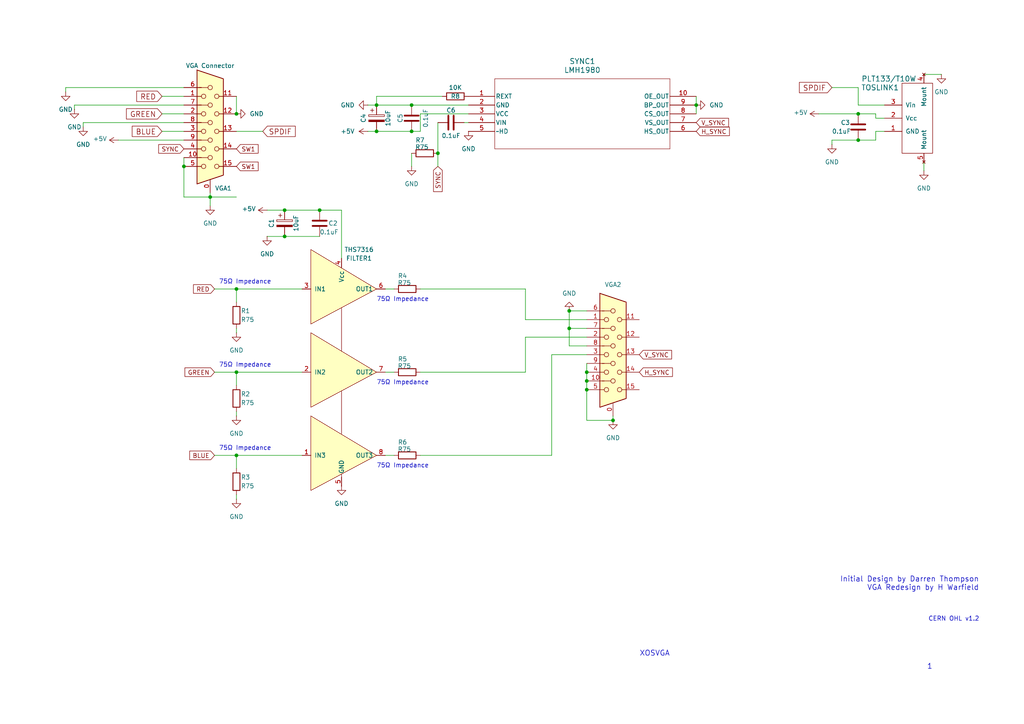
<source format=kicad_sch>
(kicad_sch (version 20231120) (generator "eeschema") (generator_version "8.0")
  (paper "A4")
  (lib_symbols
    (symbol "Device:C" (pin_numbers hide) (pin_names (offset 0.254))
      (property "Reference" "C" (at 0.635 2.54 0))
      (property "Value" "C" (at 0.635 -2.54 0))
      (symbol "C_0_1"
        (polyline (pts (xy -2.032 -0.762) (xy 2.032 -0.762)) (stroke (width 0.508)))
        (polyline (pts (xy -2.032 0.762) (xy 2.032 0.762)) (stroke (width 0.508)))
      )
      (symbol "C_1_1"
        (pin passive line (at 0 3.81 270) (length 2.794) (name "~") (number "1"))
        (pin passive line (at 0 -3.81 90) (length 2.794) (name "~") (number "2"))
      )
    )
    (symbol "Device:C_Polarized" (pin_numbers hide) (pin_names (offset 0.254))
      (property "Reference" "C" (at 0.635 2.54 0))
      (property "Value" "C_Polarized" (at 0.635 -2.54 0))
      (symbol "C_Polarized_0_1"
        (rectangle (start -2.286 0.508) (end 2.286 1.016))
        (polyline (pts (xy -1.778 2.286) (xy -0.762 2.286)))
        (polyline (pts (xy -1.27 2.794) (xy -1.27 1.778)))
        (rectangle (start 2.286 -0.508) (end -2.286 -1.016) (fill (type outline)))
      )
      (symbol "C_Polarized_1_1"
        (pin passive line (at 0 3.81 270) (length 2.794) (name "~") (number "1"))
        (pin passive line (at 0 -3.81 90) (length 2.794) (name "~") (number "2"))
      )
    )
    (symbol "Device:R" (pin_numbers hide) (pin_names (offset 0))
      (property "Reference" "R" (at 2.032 0 90))
      (property "Value" "R" (at 0 0 90))
      (symbol "R_0_1"
        (rectangle (start -1.016 -2.54) (end 1.016 2.54) (stroke (width 0.254)))
      )
      (symbol "R_1_1"
        (pin passive line (at 0 3.81 270) (length 1.27) (name "~") (number "1"))
        (pin passive line (at 0 -3.81 90) (length 1.27) (name "~") (number "2"))
      )
    )
    (symbol "power:+5V" (power) (pin_numbers hide) (pin_names (offset 0) hide)
      (property "Value" "+5V" (at 0 3.556 0))
      (symbol "+5V_0_1"
        (polyline (pts (xy -0.762 1.27) (xy 0 2.54)))
        (polyline (pts (xy 0 0) (xy 0 2.54)))
        (polyline (pts (xy 0 2.54) (xy 0.762 1.27)))
      )
      (symbol "+5V_1_1"
        (pin power_in line (at 0 0 90) (length 0) (name "~") (number "1"))
      )
    )
    (symbol "power:GND" (power) (pin_numbers hide) (pin_names (offset 0) hide)
      (property "Value" "GND" (at 0 -3.81 0))
      (symbol "GND_0_1"
        (polyline (pts (xy 0 0) (xy 0 -1.27) (xy 1.27 -1.27) (xy 0 -2.54) (xy -1.27 -1.27) (xy 0 -1.27)))
      )
      (symbol "GND_1_1"
        (pin power_in line (at 0 0 270) (length 0) (name "~") (number "1"))
      )
    )
    (symbol "xosvp:DB15_Female_HighDensity_MountingHoles" (pin_names (offset 1.016) hide)
      (property "Reference" "J" (at 0 21.59 0))
      (property "Value" "DB15_Female_HighDensity_MountingHoles" (at 0 19.05 0))
      (symbol "DB15_Female_HighDensity_MountingHoles_0_1"
        (circle (center -1.905 -10.16) (radius 0.635))
        (circle (center -1.905 -5.08) (radius 0.635))
        (circle (center -1.905 0) (radius 0.635))
        (circle (center -1.905 5.08) (radius 0.635))
        (circle (center -1.905 10.16) (radius 0.635))
        (circle (center 0 -7.62) (radius 0.635))
        (circle (center 0 -2.54) (radius 0.635))
        (polyline (pts (xy -3.175 7.62) (xy -0.635 7.62)))
        (polyline (pts (xy -0.635 -7.62) (xy -3.175 -7.62)))
        (polyline (pts (xy -0.635 -2.54) (xy -3.175 -2.54)))
        (polyline (pts (xy -0.635 2.54) (xy -3.175 2.54)))
        (polyline (pts (xy -0.635 12.7) (xy -3.175 12.7)))
        (polyline (pts (xy -3.81 17.78) (xy -3.81 -15.24) (xy 3.81 -12.7) (xy 3.81 15.24) (xy -3.81 17.78)) (stroke (width 0.254)) (fill (type background)))
        (circle (center 0 2.54) (radius 0.635))
        (circle (center 0 7.62) (radius 0.635))
        (circle (center 0 12.7) (radius 0.635))
        (circle (center 1.905 -10.16) (radius 0.635))
        (circle (center 1.905 -5.08) (radius 0.635))
        (circle (center 1.905 0) (radius 0.635))
        (circle (center 1.905 5.08) (radius 0.635))
        (circle (center 1.905 10.16) (radius 0.635))
      )
      (symbol "DB15_Female_HighDensity_MountingHoles_1_1"
        (pin passive line (at 0 -17.78 90) (length 3.81) (name "~") (number "0"))
        (pin passive line (at -7.62 10.16 0) (length 5.08) (name "~") (number "1"))
        (pin passive line (at -7.62 -7.62 0) (length 5.08) (name "~") (number "10"))
        (pin passive line (at 7.62 10.16 180) (length 5.08) (name "~") (number "11"))
        (pin passive line (at 7.62 5.08 180) (length 5.08) (name "~") (number "12"))
        (pin passive line (at 7.62 0 180) (length 5.08) (name "~") (number "13"))
        (pin passive line (at 7.62 -5.08 180) (length 5.08) (name "~") (number "14"))
        (pin passive line (at 7.62 -10.16 180) (length 5.08) (name "~") (number "15"))
        (pin passive line (at -7.62 5.08 0) (length 5.08) (name "~") (number "2"))
        (pin passive line (at -7.62 0 0) (length 5.08) (name "~") (number "3"))
        (pin passive line (at -7.62 -5.08 0) (length 5.08) (name "~") (number "4"))
        (pin passive line (at -7.62 -10.16 0) (length 5.08) (name "~") (number "5"))
        (pin passive line (at -7.62 12.7 0) (length 5.08) (name "~") (number "6"))
        (pin passive line (at -7.62 7.62 0) (length 5.08) (name "~") (number "7"))
        (pin passive line (at -7.62 2.54 0) (length 5.08) (name "~") (number "8"))
        (pin power_out line (at -7.62 -2.54 0) (length 5.08) (name "~") (number "9"))
      )
    )
    (symbol "xosvp:LMH1980MM_NOPB" (pin_names (offset 0.254))
      (property "Value" "LMH1980MM/NOPB" (at 33.02 7.62 0))
      (symbol "LMH1980MM_NOPB_0_1"
        (polyline (pts (xy 7.62 -15.24) (xy 58.42 -15.24)) (stroke (width 0.127)))
        (polyline (pts (xy 7.62 5.08) (xy 7.62 -15.24)) (stroke (width 0.127)))
        (polyline (pts (xy 58.42 -15.24) (xy 58.42 5.08)) (stroke (width 0.127)))
        (polyline (pts (xy 58.42 5.08) (xy 7.62 5.08)) (stroke (width 0.127)))
        (pin passive line (at 0 0 0) (length 7.62) (name "REXT") (number "1"))
        (pin output line (at 66.04 0 180) (length 7.62) (name "OE_OUT") (number "10"))
        (pin power_in line (at 0 -2.54 0) (length 7.62) (name "GND") (number "2"))
        (pin power_in line (at 0 -5.08 0) (length 7.62) (name "VCC") (number "3"))
        (pin input line (at 0 -7.62 0) (length 7.62) (name "VIN") (number "4"))
        (pin output line (at 0 -10.16 0) (length 7.62) (name "~HD") (number "5"))
        (pin output line (at 66.04 -10.16 180) (length 7.62) (name "HS_OUT") (number "6"))
        (pin output line (at 66.04 -7.62 180) (length 7.62) (name "VS_OUT") (number "7"))
        (pin output line (at 66.04 -5.08 180) (length 7.62) (name "CS_OUT") (number "8"))
        (pin output line (at 66.04 -2.54 180) (length 7.62) (name "BP_OUT") (number "9"))
      )
    )
    (symbol "xosvp:PLT133_T10W" (pin_names (offset 1.016))
      (property "Reference" "TOSLINK" (at 0 -8.89 0))
      (property "Value" "PLT133_T10W" (at 0 11.43 0))
      (symbol "PLT133_T10W_0_1"
        (rectangle (start -10.16 8.89) (end 10.16 0))
      )
      (symbol "PLT133_T10W_1_1"
        (pin input line (at 3.81 -5.08 90) (length 5.08) (name "GND") (number "1"))
        (pin power_in line (at 0 -5.08 90) (length 5.08) (name "Vcc") (number "2"))
        (pin input line (at -3.81 -5.08 90) (length 5.08) (name "Vin") (number "3"))
        (pin no_connect line (at -12.7 6.35 0) (length 2.54) (name "Mount") (number "4"))
        (pin no_connect line (at 12.7 6.35 180) (length 2.54) (name "Mount") (number "5"))
      )
    )
    (symbol "xosvp:THS7316" (pin_names (offset 1.016))
      (property "Reference" "FILTER" (at 0 46.99 0))
      (property "Value" "THS7316" (at 0 -30.48 0))
      (symbol "THS7316_0_1"
        (polyline (pts (xy 0 -21.59) (xy 0 -20.701)))
        (polyline (pts (xy 0 3.429) (xy 0 -9.017)))
        (polyline (pts (xy 0 27.559) (xy 0 14.986)))
        (polyline (pts (xy 0 39.116) (xy 0 39.37)))
        (polyline (pts (xy -8.89 -3.81) (xy 10.16 -15.24) (xy -8.89 -25.4) (xy -8.89 -3.81)) (fill (type background)))
        (polyline (pts (xy -8.89 20.32) (xy 10.16 8.89) (xy -8.89 -1.27) (xy -8.89 20.32)) (fill (type background)))
        (polyline (pts (xy -8.89 44.45) (xy 10.16 33.02) (xy -8.89 22.86) (xy -8.89 44.45)) (fill (type background)))
      )
      (symbol "THS7316_1_1"
        (pin input line (at -11.43 -15.24 0) (length 2.54) (name "IN3") (number "1"))
        (pin input line (at -11.43 8.89 0) (length 2.54) (name "IN2") (number "2"))
        (pin input line (at -11.43 33.02 0) (length 2.54) (name "IN1") (number "3"))
        (pin power_in line (at 0 41.91 270) (length 2.54) (name "Vcc") (number "4"))
        (pin power_out line (at 0 -24.13 90) (length 2.54) (name "GND") (number "5"))
        (pin output line (at 12.7 33.02 180) (length 2.54) (name "OUT1") (number "6"))
        (pin output line (at 12.7 8.89 180) (length 2.54) (name "OUT2") (number "7"))
        (pin output line (at 12.7 -15.24 180) (length 2.54) (name "OUT3") (number "8"))
      )
    )
  )
  (junction (at 165.1 95.25))
  (junction (at 170.18 113.03))
  (junction (at 119.38 30.48))
  (junction (at 170.18 107.95))
  (junction (at 68.58 33.02))
  (junction (at 68.58 83.82))
  (junction (at 170.18 110.49))
  (junction (at 119.38 38.1))
  (junction (at 248.92 40.64))
  (junction (at 127 44.45))
  (junction (at 165.1 90.17))
  (junction (at 82.55 68.58))
  (junction (at 248.92 33.02))
  (junction (at 53.34 48.26))
  (junction (at 60.96 57.15))
  (junction (at 68.58 107.95))
  (junction (at 201.93 30.48))
  (junction (at 109.22 30.48))
  (junction (at 68.58 132.08))
  (junction (at 109.22 38.1))
  (junction (at 92.71 60.96))
  (junction (at 177.8 121.92))
  (junction (at 82.55 60.96))
  (wire (pts (xy 19.05 25.4) (xy 53.34 25.4)))
  (wire (pts (xy 77.47 60.96) (xy 82.55 60.96)))
  (wire (pts (xy 152.4 92.71) (xy 170.18 92.71)))
  (wire (pts (xy 248.92 33.02) (xy 254 33.02)))
  (wire (pts (xy 170.18 121.92) (xy 177.8 121.92)))
  (wire (pts (xy 68.58 107.95) (xy 87.63 107.95)))
  (wire (pts (xy 170.18 100.33) (xy 165.1 100.33)))
  (wire (pts (xy 111.76 83.82) (xy 114.3 83.82)))
  (wire (pts (xy 152.4 97.79) (xy 170.18 97.79)))
  (wire (pts (xy 254 34.29) (xy 256.54 34.29)))
  (wire (pts (xy 177.8 121.92) (xy 177.8 120.65)))
  (wire (pts (xy 241.3 40.64) (xy 248.92 40.64)))
  (wire (pts (xy 19.05 25.4) (xy 19.05 26.67)))
  (wire (pts (xy 109.22 27.94) (xy 128.27 27.94)))
  (wire (pts (xy 68.58 135.89) (xy 68.58 132.08)))
  (wire (pts (xy 24.13 35.56) (xy 24.13 36.83)))
  (wire (pts (xy 248.92 30.48) (xy 248.92 25.4)))
  (wire (pts (xy 21.59 30.48) (xy 53.34 30.48)))
  (wire (pts (xy 106.68 30.48) (xy 109.22 30.48)))
  (wire (pts (xy 119.38 44.45) (xy 119.38 48.26)))
  (wire (pts (xy 111.76 132.08) (xy 114.3 132.08)))
  (wire (pts (xy 62.23 83.82) (xy 68.58 83.82)))
  (wire (pts (xy 254 40.64) (xy 254 38.1)))
  (wire (pts (xy 127 35.56) (xy 127 44.45)))
  (wire (pts (xy 170.18 113.03) (xy 170.18 121.92)))
  (wire (pts (xy 68.58 27.94) (xy 68.58 33.02)))
  (wire (pts (xy 53.34 48.26) (xy 53.34 57.15)))
  (wire (pts (xy 201.93 30.48) (xy 201.93 33.02)))
  (wire (pts (xy 68.58 132.08) (xy 87.63 132.08)))
  (wire (pts (xy 92.71 60.96) (xy 99.06 60.96)))
  (wire (pts (xy 121.92 132.08) (xy 160.02 132.08)))
  (wire (pts (xy 106.68 38.1) (xy 109.22 38.1)))
  (wire (pts (xy 152.4 107.95) (xy 152.4 97.79)))
  (wire (pts (xy 170.18 107.95) (xy 170.18 110.49)))
  (wire (pts (xy 165.1 90.17) (xy 170.18 90.17)))
  (wire (pts (xy 165.1 100.33) (xy 165.1 95.25)))
  (wire (pts (xy 119.38 30.48) (xy 135.89 30.48)))
  (wire (pts (xy 248.92 30.48) (xy 256.54 30.48)))
  (wire (pts (xy 170.18 105.41) (xy 170.18 107.95)))
  (wire (pts (xy 241.3 40.64) (xy 241.3 41.91)))
  (wire (pts (xy 68.58 95.25) (xy 68.58 96.52)))
  (wire (pts (xy 201.93 27.94) (xy 201.93 30.48)))
  (wire (pts (xy 267.97 21.59) (xy 273.05 21.59)))
  (wire (pts (xy 248.92 25.4) (xy 241.3 25.4)))
  (wire (pts (xy 165.1 95.25) (xy 165.1 90.17)))
  (wire (pts (xy 62.23 107.95) (xy 68.58 107.95)))
  (wire (pts (xy 68.58 143.51) (xy 68.58 144.78)))
  (wire (pts (xy 152.4 83.82) (xy 152.4 92.71)))
  (wire (pts (xy 109.22 27.94) (xy 109.22 30.48)))
  (wire (pts (xy 127 44.45) (xy 127 48.26)))
  (wire (pts (xy 68.58 83.82) (xy 68.58 87.63)))
  (wire (pts (xy 121.92 38.1) (xy 121.92 33.02)))
  (wire (pts (xy 170.18 110.49) (xy 170.18 113.03)))
  (wire (pts (xy 267.97 46.99) (xy 267.97 49.53)))
  (wire (pts (xy 121.92 33.02) (xy 135.89 33.02)))
  (wire (pts (xy 53.34 45.72) (xy 53.34 48.26)))
  (wire (pts (xy 121.92 83.82) (xy 152.4 83.82)))
  (wire (pts (xy 165.1 95.25) (xy 170.18 95.25)))
  (wire (pts (xy 119.38 38.1) (xy 121.92 38.1)))
  (wire (pts (xy 46.99 38.1) (xy 53.34 38.1)))
  (wire (pts (xy 53.34 35.56) (xy 24.13 35.56)))
  (wire (pts (xy 248.92 40.64) (xy 254 40.64)))
  (wire (pts (xy 77.47 68.58) (xy 82.55 68.58)))
  (wire (pts (xy 53.34 57.15) (xy 60.96 57.15)))
  (wire (pts (xy 160.02 102.87) (xy 170.18 102.87)))
  (wire (pts (xy 68.58 119.38) (xy 68.58 120.65)))
  (wire (pts (xy 82.55 60.96) (xy 92.71 60.96)))
  (wire (pts (xy 121.92 107.95) (xy 152.4 107.95)))
  (wire (pts (xy 99.06 60.96) (xy 99.06 74.93)))
  (wire (pts (xy 109.22 38.1) (xy 119.38 38.1)))
  (wire (pts (xy 62.23 132.08) (xy 68.58 132.08)))
  (wire (pts (xy 60.96 57.15) (xy 60.96 59.69)))
  (wire (pts (xy 68.58 57.15) (xy 60.96 57.15)))
  (wire (pts (xy 254 33.02) (xy 254 34.29)))
  (wire (pts (xy 109.22 30.48) (xy 119.38 30.48)))
  (wire (pts (xy 68.58 83.82) (xy 87.63 83.82)))
  (wire (pts (xy 237.49 33.02) (xy 248.92 33.02)))
  (wire (pts (xy 34.29 40.64) (xy 53.34 40.64)))
  (wire (pts (xy 68.58 38.1) (xy 76.2 38.1)))
  (wire (pts (xy 160.02 132.08) (xy 160.02 102.87)))
  (wire (pts (xy 46.99 27.94) (xy 53.34 27.94)))
  (wire (pts (xy 21.59 30.48) (xy 21.59 31.75)))
  (wire (pts (xy 254 38.1) (xy 256.54 38.1)))
  (wire (pts (xy 46.99 33.02) (xy 53.34 33.02)))
  (wire (pts (xy 60.96 55.88) (xy 60.96 57.15)))
  (wire (pts (xy 82.55 68.58) (xy 92.71 68.58)))
  (wire (pts (xy 134.62 35.56) (xy 135.89 35.56)))
  (wire (pts (xy 111.76 107.95) (xy 114.3 107.95)))
  (wire (pts (xy 68.58 111.76) (xy 68.58 107.95)))
  (text "75Ω Impedance" (at 63.5 130.81 0) (effects (font (size 1.27 1.27)) (justify left bottom)))
  (text "XOSVGA" (at 194.31 190.5 0) (effects (font (size 1.524 1.524)) (justify right bottom)))
  (text "75Ω Impedance" (at 63.5 106.68 0) (effects (font (size 1.27 1.27)) (justify left bottom)))
  (text "75Ω Impedance" (at 109.22 87.63 0) (effects (font (size 1.27 1.27)) (justify left bottom)))
  (text "Initial Design by Darren Thompson\nVGA Redesign by H Warfield" (at 283.972 171.45 0) (effects (font (size 1.524 1.524)) (justify right bottom)))
  (text "1" (at 270.51 194.31 0) (effects (font (size 1.524 1.524)) (justify right bottom)))
  (text "75Ω Impedance" (at 109.22 111.76 0) (effects (font (size 1.27 1.27)) (justify left bottom)))
  (text "CERN OHL v1.2" (at 269.24 180.34 0) (effects (font (size 1.27 1.27)) (justify left bottom)))
  (text "75Ω Impedance" (at 109.22 135.89 0) (effects (font (size 1.27 1.27)) (justify left bottom)))
  (text "75Ω Impedance" (at 63.5 82.55 0) (effects (font (size 1.27 1.27)) (justify left bottom)))
  (global_label "SYNC" (shape input) (at 127 48.26 270) (property "Intersheetrefs" "${INTERSHEET_REFS}" (effects (hide yes))))
  (global_label "GREEN" (shape input) (at 46.99 33.02 180) (effects (font (size 1.524 1.524))) (property "Intersheetrefs" "${INTERSHEET_REFS}" (effects (hide yes))))
  (global_label "BLUE" (shape input) (at 46.99 38.1 180) (effects (font (size 1.524 1.524))) (property "Intersheetrefs" "${INTERSHEET_REFS}" (effects (hide yes))))
  (global_label "SPDIF" (shape input) (at 241.3 25.4 180) (effects (font (size 1.524 1.524))) (property "Intersheetrefs" "${INTERSHEET_REFS}" (effects (hide yes))))
  (global_label "SYNC" (shape input) (at 53.34 43.18 180) (property "Intersheetrefs" "${INTERSHEET_REFS}" (effects (hide yes))))
  (global_label "RED" (shape input) (at 46.99 27.94 180) (effects (font (size 1.524 1.524))) (property "Intersheetrefs" "${INTERSHEET_REFS}" (effects (hide yes))))
  (global_label "H_SYNC" (shape input) (at 201.93 38.1 0) (property "Intersheetrefs" "${INTERSHEET_REFS}" (effects (hide yes))))
  (global_label "V_SYNC" (shape input) (at 185.42 102.87 0) (property "Intersheetrefs" "${INTERSHEET_REFS}" (effects (hide yes))))
  (global_label "BLUE" (shape input) (at 62.23 132.08 180) (property "Intersheetrefs" "${INTERSHEET_REFS}" (effects (hide yes))))
  (global_label "SW1" (shape input) (at 68.58 48.26 0) (property "Intersheetrefs" "${INTERSHEET_REFS}" (effects (hide yes))))
  (global_label "SPDIF" (shape input) (at 76.2 38.1 0) (effects (font (size 1.524 1.524))) (property "Intersheetrefs" "${INTERSHEET_REFS}" (effects (hide yes))))
  (global_label "SW1" (shape input) (at 68.58 43.18 0) (property "Intersheetrefs" "${INTERSHEET_REFS}" (effects (hide yes))))
  (global_label "V_SYNC" (shape input) (at 201.93 35.56 0) (property "Intersheetrefs" "${INTERSHEET_REFS}" (effects (hide yes))))
  (global_label "RED" (shape input) (at 62.23 83.82 180) (property "Intersheetrefs" "${INTERSHEET_REFS}" (effects (hide yes))))
  (global_label "H_SYNC" (shape input) (at 185.42 107.95 0) (property "Intersheetrefs" "${INTERSHEET_REFS}" (effects (hide yes))))
  (global_label "GREEN" (shape input) (at 62.23 107.95 180) (property "Intersheetrefs" "${INTERSHEET_REFS}" (effects (hide yes))))
  (symbol (lib_id "xosvp:PLT133_T10W") (at 261.62 34.29 270) (unit 1)
    (property "Reference" "TOSLINK1" (at 255.27 25.4 90) (effects (font (size 1.524 1.524))))
    (property "Value" "PLT133/T10W" (at 257.81 22.86 90) (effects (font (size 1.524 1.524))))
    (property "Footprint" "xosvp:PLT133" (effects (hide yes)))
  )
  (symbol (lib_id "Device:C") (at 248.92 36.83 0) (unit 1)
    (property "Reference" "C3" (at 243.84 35.56 0) (effects (justify left)))
    (property "Value" "0.1uF" (at 241.3 38.1 0) (effects (justify left)))
    (property "Footprint" "Capacitor_SMD:C_0805_2012Metric" (effects (hide yes)))
  )
  (symbol (lib_id "xosvp:DB15_Female_HighDensity_MountingHoles") (at 60.96 38.1 0) (unit 1)
    (property "Reference" "VGA1" (at 64.77 54.61 0))
    (property "Value" "VGA Connector" (at 60.96 19.05 0))
    (property "Footprint" "xosvp:AHDF15A" (effects (hide yes)))
  )
  (symbol (lib_id "Device:R") (at 68.58 139.7 0) (unit 1)
    (property "Reference" "R3" (at 69.85 138.43 0) (effects (justify left)))
    (property "Value" "R75" (at 69.85 140.97 0) (effects (justify left)))
    (property "Footprint" "Resistor_SMD:R_0805_2012Metric" (effects (hide yes)))
  )
  (symbol (lib_id "Device:R") (at 68.58 91.44 0) (unit 1)
    (property "Reference" "R1" (at 69.85 90.17 0) (effects (justify left)))
    (property "Value" "R75" (at 69.85 92.71 0) (effects (justify left)))
    (property "Footprint" "Resistor_SMD:R_0805_2012Metric" (effects (hide yes)))
  )
  (symbol (lib_id "Device:R") (at 68.58 115.57 0) (unit 1)
    (property "Reference" "R2" (at 69.85 114.3 0) (effects (justify left)))
    (property "Value" "R75" (at 69.85 116.84 0) (effects (justify left)))
    (property "Footprint" "Resistor_SMD:R_0805_2012Metric" (effects (hide yes)))
  )
  (symbol (lib_id "Device:R") (at 118.11 83.82 90) (unit 1)
    (property "Reference" "R4" (at 118.11 80.01 90) (effects (justify left)))
    (property "Value" "R75" (at 119.253 82.042 90) (effects (justify left)))
    (property "Footprint" "Resistor_SMD:R_0805_2012Metric" (effects (hide yes)))
  )
  (symbol (lib_id "Device:R") (at 118.11 107.95 90) (unit 1)
    (property "Reference" "R5" (at 118.11 104.14 90) (effects (justify left)))
    (property "Value" "R75" (at 119.253 106.172 90) (effects (justify left)))
    (property "Footprint" "Resistor_SMD:R_0805_2012Metric" (effects (hide yes)))
  )
  (symbol (lib_id "Device:R") (at 118.11 132.08 90) (unit 1)
    (property "Reference" "R6" (at 118.11 128.27 90) (effects (justify left)))
    (property "Value" "R75" (at 119.253 130.302 90) (effects (justify left)))
    (property "Footprint" "Resistor_SMD:R_0805_2012Metric" (effects (hide yes)))
  )
  (symbol (lib_id "xosvp:THS7316") (at 99.06 116.84 0) (unit 1)
    (property "Reference" "FILTER1" (at 104.14 74.93 0))
    (property "Value" "THS7316" (at 104.14 72.39 0))
    (property "Footprint" "xosvp:THS7316" (effects (hide yes)))
  )
  (symbol (lib_id "Device:C") (at 92.71 64.77 0) (unit 1)
    (property "Reference" "C2" (at 95.25 64.77 0) (effects (justify left)))
    (property "Value" "0.1uF" (at 92.71 67.31 0) (effects (justify left)))
    (property "Footprint" "Capacitor_SMD:C_0805_2012Metric" (effects (hide yes)))
  )
  (symbol (lib_id "power:+5V") (at 237.49 33.02 90) (unit 1)
    (property "Reference" "#PWR0101" (effects (hide yes)))
    (property "Value" "+5V" (at 234.2388 32.639 90) (effects (justify left)))
  )
  (symbol (lib_id "power:+5V") (at 77.47 60.96 90) (unit 1)
    (property "Reference" "#PWR0115" (effects (hide yes)))
    (property "Value" "+5V" (at 74.2188 60.579 90) (effects (justify left)))
  )
  (symbol (lib_id "power:+5V") (at 34.29 40.64 90) (unit 1)
    (property "Reference" "#PWR0102" (effects (hide yes)))
    (property "Value" "+5V" (at 31.0388 40.259 90) (effects (justify left)))
  )
  (symbol (lib_id "power:GND") (at 267.97 49.53 0) (unit 1)
    (property "Reference" "#PWR014" (effects (hide yes)))
    (property "Value" "GND" (at 267.97 54.61 0))
    (property "Description" "Power symbol creates a global label with name \"GND\" , ground" (effects (hide yes)))
  )
  (symbol (lib_id "power:GND") (at 106.68 30.48 270) (unit 1)
    (property "Reference" "#PWR01" (effects (hide yes)))
    (property "Value" "GND" (at 102.87 30.4799 90) (effects (justify right)))
    (property "Description" "Power symbol creates a global label with name \"GND\" , ground" (effects (hide yes)))
  )
  (symbol (lib_id "xosvp:LMH1980MM_NOPB") (at 135.89 27.94 0) (unit 1)
    (property "Reference" "SYNC1" (at 168.91 17.78 0) (effects (font (size 1.524 1.524))))
    (property "Value" "LMH1980" (at 168.91 20.32 0) (effects (font (size 1.524 1.524))))
    (property "Footprint" "xosvp:LMH1980" (effects (hide yes)))
    (property "Datasheet" "LMH1980MM/NOPB" (effects (hide yes)))
  )
  (symbol (lib_id "Device:C_Polarized") (at 109.22 34.29 0) (unit 1)
    (property "Reference" "C4" (at 105.41 34.29 90))
    (property "Value" "10uF" (at 112.522 34.29 90))
    (property "Footprint" "Capacitor_SMD:CP_Elec_4x5.8" (effects (hide yes)))
    (property "Description" "Polarized capacitor" (effects (hide yes)))
  )
  (symbol (lib_id "power:+5V") (at 106.68 38.1 90) (unit 1)
    (property "Reference" "#PWR02" (effects (hide yes)))
    (property "Value" "+5V" (at 102.87 38.0999 90) (effects (justify left)))
    (property "Description" "Power symbol creates a global label with name \"+5V\"" (effects (hide yes)))
  )
  (symbol (lib_id "power:GND") (at 177.8 121.92 0) (unit 1)
    (property "Reference" "#PWR013" (effects (hide yes)))
    (property "Value" "GND" (at 177.8 127 0))
    (property "Description" "Power symbol creates a global label with name \"GND\" , ground" (effects (hide yes)))
  )
  (symbol (lib_id "power:GND") (at 68.58 144.78 0) (unit 1)
    (property "Reference" "#PWR011" (effects (hide yes)))
    (property "Value" "GND" (at 68.58 149.86 0))
    (property "Description" "Power symbol creates a global label with name \"GND\" , ground" (effects (hide yes)))
  )
  (symbol (lib_id "power:GND") (at 68.58 120.65 0) (unit 1)
    (property "Reference" "#PWR010" (effects (hide yes)))
    (property "Value" "GND" (at 68.58 125.73 0))
    (property "Description" "Power symbol creates a global label with name \"GND\" , ground" (effects (hide yes)))
  )
  (symbol (lib_id "power:GND") (at 68.58 33.02 90) (unit 1)
    (property "Reference" "#PWR019" (effects (hide yes)))
    (property "Value" "GND" (at 72.39 33.0199 90) (effects (justify right)))
    (property "Description" "Power symbol creates a global label with name \"GND\" , ground" (effects (hide yes)))
  )
  (symbol (lib_id "power:GND") (at 21.59 31.75 0) (unit 1)
    (property "Reference" "#PWR05" (effects (hide yes)))
    (property "Value" "GND" (at 21.59 36.83 0))
    (property "Description" "Power symbol creates a global label with name \"GND\" , ground" (effects (hide yes)))
  )
  (symbol (lib_id "Device:R") (at 132.08 27.94 90) (unit 1)
    (property "Reference" "R8" (at 132.08 27.94 90))
    (property "Value" "10K" (at 132.08 25.4 90))
    (property "Footprint" "Resistor_SMD:R_0805_2012Metric" (effects (hide yes)))
    (property "Description" "Resistor" (effects (hide yes)))
  )
  (symbol (lib_id "Device:C") (at 130.81 35.56 90) (unit 1)
    (property "Reference" "C6" (at 130.81 32.004 90))
    (property "Value" "0.1uF" (at 130.81 39.37 90))
    (property "Footprint" "Capacitor_SMD:C_0805_2012Metric" (effects (hide yes)))
    (property "Description" "Unpolarized capacitor" (effects (hide yes)))
  )
  (symbol (lib_id "power:GND") (at 24.13 36.83 0) (unit 1)
    (property "Reference" "#PWR03" (effects (hide yes)))
    (property "Value" "GND" (at 24.13 41.91 0))
    (property "Description" "Power symbol creates a global label with name \"GND\" , ground" (effects (hide yes)))
  )
  (symbol (lib_id "power:GND") (at 19.05 26.67 0) (unit 1)
    (property "Reference" "#PWR06" (effects (hide yes)))
    (property "Value" "GND" (at 19.05 31.75 0))
    (property "Description" "Power symbol creates a global label with name \"GND\" , ground" (effects (hide yes)))
  )
  (symbol (lib_id "power:GND") (at 273.05 21.59 0) (unit 1)
    (property "Reference" "#PWR016" (effects (hide yes)))
    (property "Value" "GND" (at 273.05 26.67 0))
    (property "Description" "Power symbol creates a global label with name \"GND\" , ground" (effects (hide yes)))
  )
  (symbol (lib_id "power:GND") (at 77.47 68.58 0) (unit 1)
    (property "Reference" "#PWR018" (effects (hide yes)))
    (property "Value" "GND" (at 77.47 73.66 0))
    (property "Description" "Power symbol creates a global label with name \"GND\" , ground" (effects (hide yes)))
  )
  (symbol (lib_id "Device:R") (at 123.19 44.45 90) (unit 1)
    (property "Reference" "R7" (at 123.19 40.64 90) (effects (justify left)))
    (property "Value" "R75" (at 124.333 42.672 90) (effects (justify left)))
    (property "Footprint" "Resistor_SMD:R_0805_2012Metric" (effects (hide yes)))
  )
  (symbol (lib_id "power:GND") (at 60.96 59.69 0) (unit 1)
    (property "Reference" "#PWR08" (effects (hide yes)))
    (property "Value" "GND" (at 60.96 64.77 0))
    (property "Description" "Power symbol creates a global label with name \"GND\" , ground" (effects (hide yes)))
  )
  (symbol (lib_id "power:GND") (at 68.58 96.52 0) (unit 1)
    (property "Reference" "#PWR09" (effects (hide yes)))
    (property "Value" "GND" (at 68.58 101.6 0))
    (property "Description" "Power symbol creates a global label with name \"GND\" , ground" (effects (hide yes)))
  )
  (symbol (lib_id "Device:C") (at 119.38 34.29 180) (unit 1)
    (property "Reference" "C5" (at 116.078 34.29 90))
    (property "Value" "0.1uF" (at 123.444 34.29 90))
    (property "Footprint" "Capacitor_SMD:C_0805_2012Metric" (effects (hide yes)))
    (property "Description" "Unpolarized capacitor" (effects (hide yes)))
  )
  (symbol (lib_id "power:GND") (at 201.93 30.48 90) (unit 1)
    (property "Reference" "#PWR020" (effects (hide yes)))
    (property "Value" "GND" (at 205.74 30.4799 90) (effects (justify right)))
    (property "Description" "Power symbol creates a global label with name \"GND\" , ground" (effects (hide yes)))
  )
  (symbol (lib_id "power:GND") (at 165.1 90.17 180) (unit 1)
    (property "Reference" "#PWR07" (effects (hide yes)))
    (property "Value" "GND" (at 165.1 85.09 0))
    (property "Description" "Power symbol creates a global label with name \"GND\" , ground" (effects (hide yes)))
  )
  (symbol (lib_id "power:GND") (at 119.38 48.26 0) (unit 1)
    (property "Reference" "#PWR017" (effects (hide yes)))
    (property "Value" "GND" (at 119.38 53.34 0))
    (property "Description" "Power symbol creates a global label with name \"GND\" , ground" (effects (hide yes)))
  )
  (symbol (lib_id "power:GND") (at 135.89 38.1 0) (unit 1)
    (property "Reference" "#PWR04" (effects (hide yes)))
    (property "Value" "GND" (at 135.89 43.18 0))
    (property "Description" "Power symbol creates a global label with name \"GND\" , ground" (effects (hide yes)))
  )
  (symbol (lib_id "xosvp:DB15_Female_HighDensity_MountingHoles") (at 177.8 102.87 0) (unit 1)
    (property "Reference" "VGA2" (at 177.8 82.55 0))
    (property "Value" "DB15_Female_HighDensity_MountingHoles" (effects (hide yes)))
    (property "Footprint" "xosvp:AHDF15A" (effects (hide yes)))
    (property "Description" "15-pin female D-SUB connector, High density (3 columns), Triple Row, Generic, VGA-connector, Mounting Hole" (effects (hide yes)))
  )
  (symbol (lib_id "power:GND") (at 99.06 140.97 0) (unit 1)
    (property "Reference" "#PWR012" (effects (hide yes)))
    (property "Value" "GND" (at 99.06 146.05 0))
    (property "Description" "Power symbol creates a global label with name \"GND\" , ground" (effects (hide yes)))
  )
  (symbol (lib_id "Device:C_Polarized") (at 82.55 64.77 0) (unit 1)
    (property "Reference" "C1" (at 78.74 64.77 90))
    (property "Value" "10uF" (at 85.852 64.77 90))
    (property "Footprint" "Capacitor_SMD:CP_Elec_4x5.8" (effects (hide yes)))
    (property "Description" "Polarized capacitor" (effects (hide yes)))
  )
  (symbol (lib_id "power:GND") (at 241.3 41.91 0) (unit 1)
    (property "Reference" "#PWR015" (effects (hide yes)))
    (property "Value" "GND" (at 241.3 46.99 0))
    (property "Description" "Power symbol creates a global label with name \"GND\" , ground" (effects (hide yes)))
  )
)
</source>
